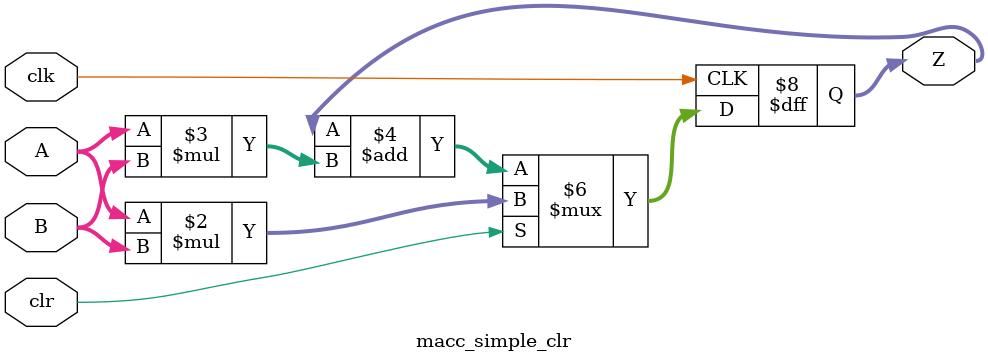
<source format=v>
module macc_simple_clr (
    input  wire        clk,
    input  wire        clr,
    input  wire [ 7:0] A,
    input  wire [ 7:0] B,
    output reg  [15:0] Z
);
    always @(posedge clk)
        if (clr) Z <=     (A * B);
        else     Z <= Z + (A * B);
endmodule
</source>
